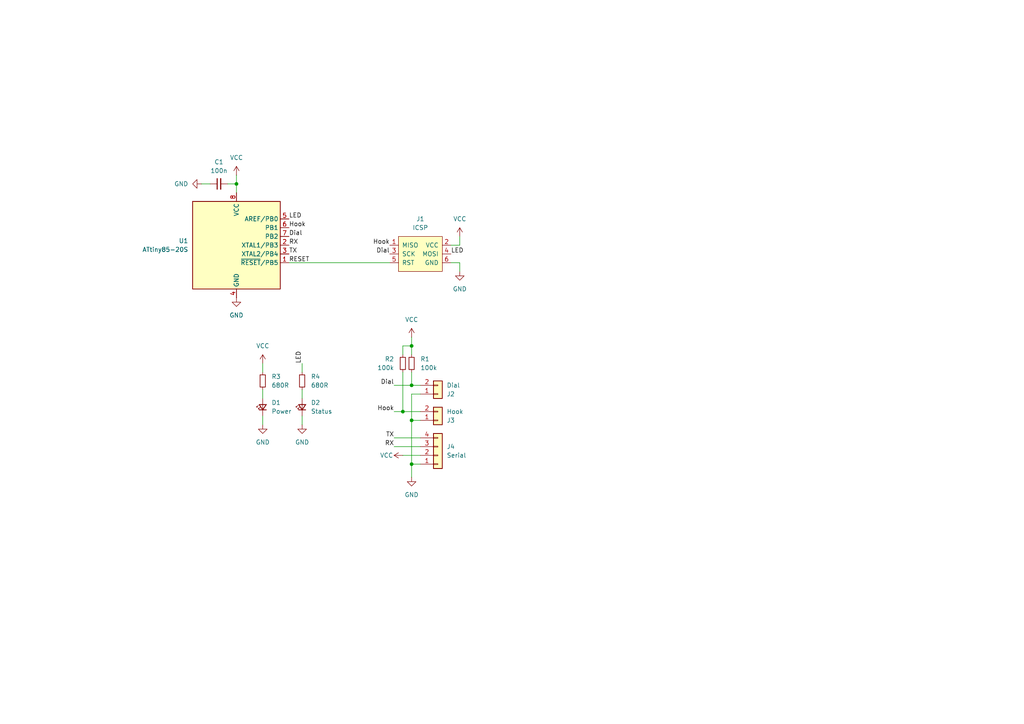
<source format=kicad_sch>
(kicad_sch (version 20231120) (generator "eeschema") (generator_version "8.0")
  (paper "A4")
  (title_block (title "RotaryDial to Serial") (date "${DATE}") (rev "${VERSION}") (company "Design by Qetesh"))
  (lib_symbols
    (symbol "Connector_Generic:Conn_01x02" (pin_names (offset 1.016) hide)
      (property "Reference" "J" (at 0 2.54 0))
      (property "Value" "Conn_01x02" (at 0 -5.08 0))
      (symbol "Conn_01x02_1_1"
        (rectangle (start -1.27 -2.413) (end 0 -2.667) (stroke (width 0.1524)))
        (rectangle (start -1.27 0.127) (end 0 -0.127) (stroke (width 0.1524)))
        (rectangle (start -1.27 1.27) (end 1.27 -3.81) (stroke (width 0.254)) (fill (type background)))
        (pin passive line (at -5.08 0 0) (length 3.81) (name "Pin_1") (number "1"))
        (pin passive line (at -5.08 -2.54 0) (length 3.81) (name "Pin_2") (number "2"))
      )
    )
    (symbol "Connector_Generic:Conn_01x04" (pin_names (offset 1.016) hide)
      (property "Reference" "J" (at 0 5.08 0))
      (property "Value" "Conn_01x04" (at 0 -7.62 0))
      (symbol "Conn_01x04_1_1"
        (rectangle (start -1.27 -4.953) (end 0 -5.207) (stroke (width 0.1524)))
        (rectangle (start -1.27 -2.413) (end 0 -2.667) (stroke (width 0.1524)))
        (rectangle (start -1.27 0.127) (end 0 -0.127) (stroke (width 0.1524)))
        (rectangle (start -1.27 2.667) (end 0 2.413) (stroke (width 0.1524)))
        (rectangle (start -1.27 3.81) (end 1.27 -6.35) (stroke (width 0.254)) (fill (type background)))
        (pin passive line (at -5.08 2.54 0) (length 3.81) (name "Pin_1") (number "1"))
        (pin passive line (at -5.08 0 0) (length 3.81) (name "Pin_2") (number "2"))
        (pin passive line (at -5.08 -2.54 0) (length 3.81) (name "Pin_3") (number "3"))
        (pin passive line (at -5.08 -5.08 0) (length 3.81) (name "Pin_4") (number "4"))
      )
    )
    (symbol "Device:C_Small" (pin_numbers hide) (pin_names (offset 0.254) hide)
      (property "Reference" "C" (at 0.254 1.778 0))
      (property "Value" "C_Small" (at 0.254 -2.032 0))
      (symbol "C_Small_0_1"
        (polyline (pts (xy -1.524 -0.508) (xy 1.524 -0.508)) (stroke (width 0.3302)))
        (polyline (pts (xy -1.524 0.508) (xy 1.524 0.508)) (stroke (width 0.3048)))
      )
      (symbol "C_Small_1_1"
        (pin passive line (at 0 2.54 270) (length 2.032) (name "~") (number "1"))
        (pin passive line (at 0 -2.54 90) (length 2.032) (name "~") (number "2"))
      )
    )
    (symbol "Device:LED_Small" (pin_numbers hide) (pin_names (offset 0.254) hide)
      (property "Reference" "D" (at -1.27 3.175 0))
      (property "Value" "LED_Small" (at -4.445 -2.54 0))
      (symbol "LED_Small_0_1"
        (polyline (pts (xy -0.762 -1.016) (xy -0.762 1.016)) (stroke (width 0.254)))
        (polyline (pts (xy 1.016 0) (xy -0.762 0)))
        (polyline (pts (xy 0.762 -1.016) (xy -0.762 0) (xy 0.762 1.016) (xy 0.762 -1.016)) (stroke (width 0.254)))
        (polyline (pts (xy 0 0.762) (xy -0.508 1.27) (xy -0.254 1.27) (xy -0.508 1.27) (xy -0.508 1.016)))
        (polyline (pts (xy 0.508 1.27) (xy 0 1.778) (xy 0.254 1.778) (xy 0 1.778) (xy 0 1.524)))
      )
      (symbol "LED_Small_1_1"
        (pin passive line (at -2.54 0 0) (length 1.778) (name "K") (number "1"))
        (pin passive line (at 2.54 0 180) (length 1.778) (name "A") (number "2"))
      )
    )
    (symbol "Device:R_Small" (pin_numbers hide) (pin_names (offset 0.254) hide)
      (property "Reference" "R" (at 0.762 0.508 0))
      (property "Value" "R_Small" (at 0.762 -1.016 0))
      (symbol "R_Small_0_1"
        (rectangle (start -0.762 1.778) (end 0.762 -1.778) (stroke (width 0.2032)))
      )
      (symbol "R_Small_1_1"
        (pin passive line (at 0 2.54 270) (length 0.762) (name "~") (number "1"))
        (pin passive line (at 0 -2.54 90) (length 0.762) (name "~") (number "2"))
      )
    )
    (symbol "MCU_Microchip_ATtiny:ATtiny85-20S"
      (property "Reference" "U" (at -12.7 13.97 0))
      (property "Value" "ATtiny85-20S" (at 2.54 -13.97 0))
      (symbol "ATtiny85-20S_0_1"
        (rectangle (start -12.7 -12.7) (end 12.7 12.7) (stroke (width 0.254)) (fill (type background)))
      )
      (symbol "ATtiny85-20S_1_1"
        (pin bidirectional line (at 15.24 -5.08 180) (length 2.54) (name "~{RESET}/PB5") (number "1"))
        (pin bidirectional line (at 15.24 0 180) (length 2.54) (name "XTAL1/PB3") (number "2"))
        (pin bidirectional line (at 15.24 -2.54 180) (length 2.54) (name "XTAL2/PB4") (number "3"))
        (pin power_in line (at 0 -15.24 90) (length 2.54) (name "GND") (number "4"))
        (pin bidirectional line (at 15.24 7.62 180) (length 2.54) (name "AREF/PB0") (number "5"))
        (pin bidirectional line (at 15.24 5.08 180) (length 2.54) (name "PB1") (number "6"))
        (pin bidirectional line (at 15.24 2.54 180) (length 2.54) (name "PB2") (number "7"))
        (pin power_in line (at 0 15.24 270) (length 2.54) (name "VCC") (number "8"))
      )
    )
    (symbol "My_Symbols:ICSP" (pin_names (offset 1.016))
      (property "Reference" "J" (at 0 0 0))
      (property "Value" "ICSP" (at 0 0 0))
      (symbol "ICSP_0_1"
        (rectangle (start -6.35 -1.27) (end 6.35 -11.43) (fill (type background)))
      )
      (symbol "ICSP_1_1"
        (pin passive line (at -8.89 -3.81 0) (length 2.54) (name "MISO") (number "1"))
        (pin passive line (at 8.89 -3.81 180) (length 2.54) (name "VCC") (number "2"))
        (pin passive line (at -8.89 -6.35 0) (length 2.54) (name "SCK") (number "3"))
        (pin passive line (at 8.89 -6.35 180) (length 2.54) (name "MOSI") (number "4"))
        (pin passive line (at -8.89 -8.89 0) (length 2.54) (name "RST") (number "5"))
        (pin passive line (at 8.89 -8.89 180) (length 2.54) (name "GND") (number "6"))
      )
    )
    (symbol "power:GND" (power) (pin_numbers hide) (pin_names (offset 0) hide)
      (property "Value" "GND" (at 0 -3.81 0))
      (symbol "GND_0_1"
        (polyline (pts (xy 0 0) (xy 0 -1.27) (xy 1.27 -1.27) (xy 0 -2.54) (xy -1.27 -1.27) (xy 0 -1.27)))
      )
      (symbol "GND_1_1"
        (pin power_in line (at 0 0 270) (length 0) (name "~") (number "1"))
      )
    )
    (symbol "power:PWR_FLAG" (power) (pin_numbers hide) (pin_names (offset 0) hide)
      (property "Value" "PWR_FLAG" (at 0 3.81 0))
      (symbol "PWR_FLAG_0_0"
        (pin power_out line (at 0 0 90) (length 0) (name "~") (number "1"))
      )
      (symbol "PWR_FLAG_0_1"
        (polyline (pts (xy 0 0) (xy 0 1.27) (xy -1.016 1.905) (xy 0 2.54) (xy 1.016 1.905) (xy 0 1.27)))
      )
    )
    (symbol "power:VCC" (power) (pin_numbers hide) (pin_names (offset 0) hide)
      (property "Value" "VCC" (at 0 3.556 0))
      (symbol "VCC_0_1"
        (polyline (pts (xy -0.762 1.27) (xy 0 2.54)))
        (polyline (pts (xy 0 0) (xy 0 2.54)))
        (polyline (pts (xy 0 2.54) (xy 0.762 1.27)))
      )
      (symbol "VCC_1_1"
        (pin power_in line (at 0 0 90) (length 0) (name "~") (number "1"))
      )
    )
  )
  (junction (at 119.38 111.76))
  (junction (at 116.84 119.38))
  (junction (at 119.38 100.33))
  (junction (at 68.58 53.34))
  (junction (at 119.38 134.62))
  (junction (at 119.38 121.92))
  (wire (pts (xy 114.3 127) (xy 121.92 127)))
  (wire (pts (xy 116.84 119.38) (xy 116.84 107.95)))
  (wire (pts (xy 58.42 53.34) (xy 60.96 53.34)))
  (wire (pts (xy 133.35 78.74) (xy 133.35 76.2)))
  (wire (pts (xy 133.35 76.2) (xy 130.81 76.2)))
  (wire (pts (xy 87.63 113.03) (xy 87.63 115.57)))
  (wire (pts (xy 119.38 134.62) (xy 121.92 134.62)))
  (wire (pts (xy 76.2 113.03) (xy 76.2 115.57)))
  (wire (pts (xy 114.3 111.76) (xy 119.38 111.76)))
  (wire (pts (xy 119.38 111.76) (xy 119.38 107.95)))
  (wire (pts (xy 114.3 119.38) (xy 116.84 119.38)))
  (wire (pts (xy 68.58 53.34) (xy 68.58 55.88)))
  (wire (pts (xy 87.63 120.65) (xy 87.63 123.19)))
  (wire (pts (xy 119.38 114.3) (xy 119.38 121.92)))
  (wire (pts (xy 119.38 100.33) (xy 119.38 102.87)))
  (wire (pts (xy 116.84 132.08) (xy 121.92 132.08)))
  (wire (pts (xy 76.2 105.41) (xy 76.2 107.95)))
  (wire (pts (xy 119.38 97.79) (xy 119.38 100.33)))
  (wire (pts (xy 87.63 105.41) (xy 87.63 107.95)))
  (wire (pts (xy 119.38 100.33) (xy 116.84 100.33)))
  (wire (pts (xy 116.84 100.33) (xy 116.84 102.87)))
  (wire (pts (xy 121.92 121.92) (xy 119.38 121.92)))
  (wire (pts (xy 121.92 111.76) (xy 119.38 111.76)))
  (wire (pts (xy 66.04 53.34) (xy 68.58 53.34)))
  (wire (pts (xy 76.2 120.65) (xy 76.2 123.19)))
  (wire (pts (xy 83.82 76.2) (xy 113.03 76.2)))
  (wire (pts (xy 114.3 129.54) (xy 121.92 129.54)))
  (wire (pts (xy 133.35 71.12) (xy 133.35 68.58)))
  (wire (pts (xy 119.38 121.92) (xy 119.38 134.62)))
  (wire (pts (xy 68.58 50.8) (xy 68.58 53.34)))
  (wire (pts (xy 119.38 134.62) (xy 119.38 138.43)))
  (wire (pts (xy 121.92 119.38) (xy 116.84 119.38)))
  (wire (pts (xy 121.92 114.3) (xy 119.38 114.3)))
  (wire (pts (xy 130.81 71.12) (xy 133.35 71.12)))
  (label "Dial" (at 83.82 68.58 0))
  (label "TX" (at 114.3 127 180))
  (label "LED" (at 87.63 105.41 90))
  (label "Hook" (at 114.3 119.38 180))
  (label "LED" (at 83.82 63.5 0))
  (label "RESET" (at 83.82 76.2 0))
  (label "Hook" (at 83.82 66.04 0))
  (label "RX" (at 83.82 71.12 0))
  (label "TX" (at 83.82 73.66 0))
  (label "Hook" (at 113.03 71.12 180))
  (label "LED" (at 130.81 73.66 0))
  (label "RX" (at 114.3 129.54 180))
  (label "Dial" (at 113.03 73.66 180))
  (label "Dial" (at 114.3 111.76 180))
  (symbol (lib_id "Device:R_Small") (at 76.2 110.49 0) (unit 1)
    (property "Reference" "R3" (at 78.74 109.2199 0) (effects (justify left)))
    (property "Value" "680R" (at 78.74 111.7599 0) (effects (justify left)))
    (property "Footprint" "Resistor_SMD:R_0603_1608Metric_Pad0.98x0.95mm_HandSolder" (effects (hide yes)))
    (property "Description" "Resistor, small symbol" (effects (hide yes)))
  )
  (symbol (lib_id "Device:LED_Small") (at 87.63 118.11 90) (unit 1)
    (property "Reference" "D2" (at 90.17 116.7764 90) (effects (justify right)))
    (property "Value" "Status" (at 90.17 119.3164 90) (effects (justify right)))
    (property "Footprint" "LED_SMD:LED_0603_1608Metric_Pad1.05x0.95mm_HandSolder" (effects (hide yes)))
    (property "Description" "Light emitting diode, small symbol" (effects (hide yes)))
  )
  (symbol (lib_id "Connector_Generic:Conn_01x02") (at 127 114.3 0) (mirror x) (unit 1)
    (property "Reference" "J2" (at 129.54 114.3001 0) (effects (justify left)))
    (property "Value" "Dial" (at 129.54 111.7601 0) (effects (justify left)))
    (property "Footprint" "Connector_JST:JST_PH_B2B-PH-K_1x02_P2.00mm_Vertical" (effects (hide yes)))
    (property "Description" "Generic connector, single row, 01x02, script generated (kicad-library-utils/schlib/autogen/connector/)" (effects (hide yes)))
  )
  (symbol (lib_id "Connector_Generic:Conn_01x04") (at 127 132.08 0) (mirror x) (unit 1)
    (property "Reference" "J4" (at 129.54 129.5399 0) (effects (justify left)))
    (property "Value" "Serial" (at 129.54 132.0799 0) (effects (justify left)))
    (property "Footprint" "Connector_JST:JST_PH_B4B-PH-K_1x04_P2.00mm_Vertical" (effects (hide yes)))
    (property "Description" "Generic connector, single row, 01x04, script generated (kicad-library-utils/schlib/autogen/connector/)" (effects (hide yes)))
  )
  (symbol (lib_id "Device:C_Small") (at 63.5 53.34 90) (unit 1)
    (property "Reference" "C1" (at 63.5063 46.99 90))
    (property "Value" "100n" (at 63.5063 49.53 90))
    (property "Footprint" "Capacitor_SMD:C_0603_1608Metric_Pad1.08x0.95mm_HandSolder" (effects (hide yes)))
    (property "Description" "Unpolarized capacitor, small symbol" (effects (hide yes)))
  )
  (symbol (lib_id "power:PWR_FLAG") (at -17.78 182.88 0) (unit 1)
    (property "Reference" "#FLG01" (effects (hide yes)))
    (property "Value" "PWR_FLAG" (at -17.78 177.8 0))
    (property "Description" "Special symbol for telling ERC where power comes from" (effects (hide yes)))
  )
  (symbol (lib_id "power:GND") (at 68.58 86.36 0) (unit 1)
    (property "Reference" "#PWR01" (effects (hide yes)))
    (property "Value" "GND" (at 68.58 91.44 0))
    (property "Description" "Power symbol creates a global label with name \"GND\" , ground" (effects (hide yes)))
  )
  (symbol (lib_id "Connector_Generic:Conn_01x02") (at 127 121.92 0) (mirror x) (unit 1)
    (property "Reference" "J3" (at 129.54 121.9201 0) (effects (justify left)))
    (property "Value" "Hook" (at 129.54 119.3801 0) (effects (justify left)))
    (property "Footprint" "Connector_JST:JST_PH_B2B-PH-K_1x02_P2.00mm_Vertical" (effects (hide yes)))
    (property "Description" "Generic connector, single row, 01x02, script generated (kicad-library-utils/schlib/autogen/connector/)" (effects (hide yes)))
  )
  (symbol (lib_id "power:GND") (at 119.38 138.43 0) (unit 1)
    (property "Reference" "#PWR03" (effects (hide yes)))
    (property "Value" "GND" (at 119.38 143.51 0))
    (property "Description" "Power symbol creates a global label with name \"GND\" , ground" (effects (hide yes)))
  )
  (symbol (lib_id "power:VCC") (at 116.84 132.08 90) (unit 1)
    (property "Reference" "#PWR011" (effects (hide yes)))
    (property "Value" "VCC" (at 114.046 132.08 90) (effects (justify left)))
    (property "Description" "Power symbol creates a global label with name \"VCC\"" (effects (hide yes)))
  )
  (symbol (lib_id "power:VCC") (at 76.2 105.41 0) (unit 1)
    (property "Reference" "#PWR07" (effects (hide yes)))
    (property "Value" "VCC" (at 76.2 100.33 0))
    (property "Description" "Power symbol creates a global label with name \"VCC\"" (effects (hide yes)))
  )
  (symbol (lib_id "power:VCC") (at -17.78 182.88 180) (unit 1)
    (property "Reference" "#PWR012" (effects (hide yes)))
    (property "Value" "VCC" (at -17.78 187.96 0))
    (property "Description" "Power symbol creates a global label with name \"VCC\"" (effects (hide yes)))
  )
  (symbol (lib_id "power:VCC") (at 119.38 97.79 0) (unit 1)
    (property "Reference" "#PWR04" (effects (hide yes)))
    (property "Value" "VCC" (at 119.38 92.71 0))
    (property "Description" "Power symbol creates a global label with name \"VCC\"" (effects (hide yes)))
  )
  (symbol (lib_id "power:PWR_FLAG") (at -7.62 182.88 0) (unit 1)
    (property "Reference" "#FLG02" (effects (hide yes)))
    (property "Value" "PWR_FLAG" (at -7.62 177.8 0))
    (property "Description" "Special symbol for telling ERC where power comes from" (effects (hide yes)))
  )
  (symbol (lib_id "Device:R_Small") (at 119.38 105.41 0) (unit 1)
    (property "Reference" "R1" (at 121.92 104.1399 0) (effects (justify left)))
    (property "Value" "100k" (at 121.92 106.6799 0) (effects (justify left)))
    (property "Footprint" "Resistor_SMD:R_0603_1608Metric_Pad0.98x0.95mm_HandSolder" (effects (hide yes)))
    (property "Description" "Resistor, small symbol" (effects (hide yes)))
  )
  (symbol (lib_id "MCU_Microchip_ATtiny:ATtiny85-20S") (at 68.58 71.12 0) (unit 1)
    (property "Reference" "U1" (at 54.61 69.8499 0) (effects (justify right)))
    (property "Value" "ATtiny85-20S" (at 54.61 72.3899 0) (effects (justify right)))
    (property "Footprint" "Package_SO:SOIC-8W_5.3x5.3mm_P1.27mm" (effects (hide yes)))
    (property "Datasheet" "http://ww1.microchip.com/downloads/en/DeviceDoc/atmel-2586-avr-8-bit-microcontroller-attiny25-attiny45-attiny85_datasheet.pdf" (effects (hide yes)))
    (property "Description" "20MHz, 8kB Flash, 512B SRAM, 512B EEPROM, debugWIRE, SOIC-8W" (effects (hide yes)))
  )
  (symbol (lib_id "power:GND") (at 87.63 123.19 0) (unit 1)
    (property "Reference" "#PWR06" (effects (hide yes)))
    (property "Value" "GND" (at 87.63 128.27 0))
    (property "Description" "Power symbol creates a global label with name \"GND\" , ground" (effects (hide yes)))
  )
  (symbol (lib_id "power:GND") (at 58.42 53.34 270) (unit 1)
    (property "Reference" "#PWR010" (effects (hide yes)))
    (property "Value" "GND" (at 54.61 53.3399 90) (effects (justify right)))
    (property "Description" "Power symbol creates a global label with name \"GND\" , ground" (effects (hide yes)))
  )
  (symbol (lib_id "power:GND") (at 76.2 123.19 0) (unit 1)
    (property "Reference" "#PWR05" (effects (hide yes)))
    (property "Value" "GND" (at 76.2 128.27 0))
    (property "Description" "Power symbol creates a global label with name \"GND\" , ground" (effects (hide yes)))
  )
  (symbol (lib_id "Device:R_Small") (at 87.63 110.49 0) (unit 1)
    (property "Reference" "R4" (at 90.17 109.2199 0) (effects (justify left)))
    (property "Value" "680R" (at 90.17 111.7599 0) (effects (justify left)))
    (property "Footprint" "Resistor_SMD:R_0603_1608Metric_Pad0.98x0.95mm_HandSolder" (effects (hide yes)))
    (property "Description" "Resistor, small symbol" (effects (hide yes)))
  )
  (symbol (lib_id "power:VCC") (at 68.58 50.8 0) (unit 1)
    (property "Reference" "#PWR02" (effects (hide yes)))
    (property "Value" "VCC" (at 68.58 45.72 0))
    (property "Description" "Power symbol creates a global label with name \"VCC\"" (effects (hide yes)))
  )
  (symbol (lib_id "My_Symbols:ICSP") (at 121.92 67.31 0) (unit 1)
    (property "Reference" "J1" (at 121.92 63.5 0))
    (property "Value" "ICSP" (at 121.92 66.04 0))
    (property "Footprint" "Connector_PinHeader_2.54mm:PinHeader_2x03_P2.54mm_Vertical" (effects (hide yes)))
    (property "Description" "ICSP 6-Pin Header" (effects (hide yes)))
  )
  (symbol (lib_id "Device:LED_Small") (at 76.2 118.11 90) (unit 1)
    (property "Reference" "D1" (at 78.74 116.7764 90) (effects (justify right)))
    (property "Value" "Power" (at 78.74 119.3164 90) (effects (justify right)))
    (property "Footprint" "LED_SMD:LED_0603_1608Metric_Pad1.05x0.95mm_HandSolder" (effects (hide yes)))
    (property "Description" "Light emitting diode, small symbol" (effects (hide yes)))
  )
  (symbol (lib_id "power:VCC") (at 133.35 68.58 0) (unit 1)
    (property "Reference" "#PWR08" (effects (hide yes)))
    (property "Value" "VCC" (at 133.35 63.5 0))
    (property "Description" "Power symbol creates a global label with name \"VCC\"" (effects (hide yes)))
  )
  (symbol (lib_id "power:GND") (at 133.35 78.74 0) (unit 1)
    (property "Reference" "#PWR09" (effects (hide yes)))
    (property "Value" "GND" (at 133.35 83.82 0))
    (property "Description" "Power symbol creates a global label with name \"GND\" , ground" (effects (hide yes)))
  )
  (symbol (lib_id "Device:R_Small") (at 116.84 105.41 0) (unit 1)
    (property "Reference" "R2" (at 114.3 104.1399 0) (effects (justify right)))
    (property "Value" "100k" (at 114.3 106.6799 0) (effects (justify right)))
    (property "Footprint" "Resistor_SMD:R_0603_1608Metric_Pad0.98x0.95mm_HandSolder" (effects (hide yes)))
    (property "Description" "Resistor, small symbol" (effects (hide yes)))
  )
  (symbol (lib_id "power:GND") (at -7.62 182.88 0) (unit 1)
    (property "Reference" "#PWR013" (effects (hide yes)))
    (property "Value" "GND" (at -7.62 187.96 0))
    (property "Description" "Power symbol creates a global label with name \"GND\" , ground" (effects (hide yes)))
  )
)
</source>
